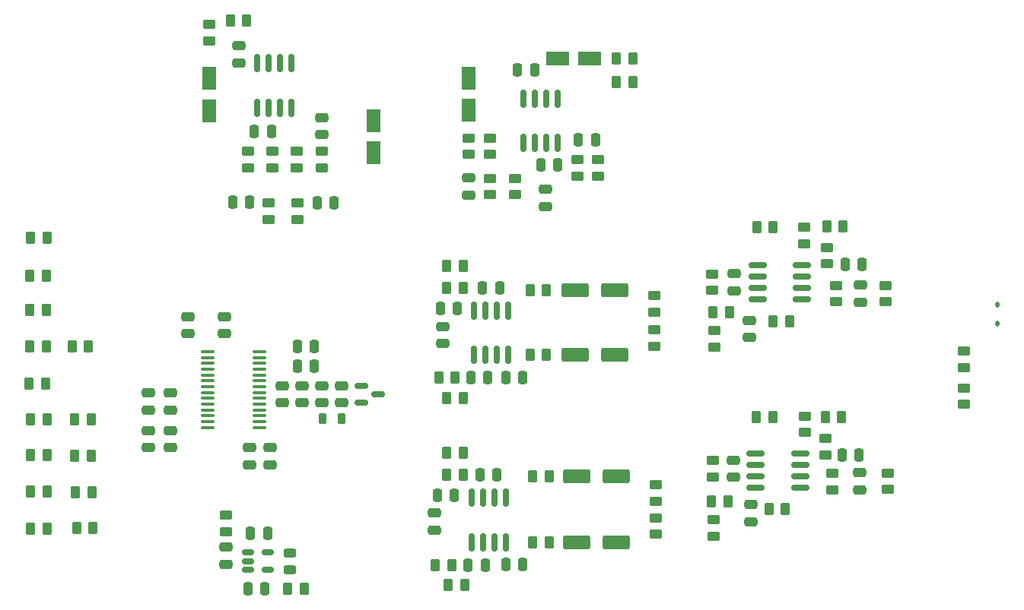
<source format=gtp>
G04 #@! TF.GenerationSoftware,KiCad,Pcbnew,8.0.4-8.0.4-0~ubuntu22.04.1*
G04 #@! TF.CreationDate,2024-08-18T20:01:01-04:00*
G04 #@! TF.ProjectId,CS4272-CZZ_Breakout_Board,43533432-3732-42d4-935a-5a5f42726561,rev?*
G04 #@! TF.SameCoordinates,Original*
G04 #@! TF.FileFunction,Paste,Top*
G04 #@! TF.FilePolarity,Positive*
%FSLAX46Y46*%
G04 Gerber Fmt 4.6, Leading zero omitted, Abs format (unit mm)*
G04 Created by KiCad (PCBNEW 8.0.4-8.0.4-0~ubuntu22.04.1) date 2024-08-18 20:01:01*
%MOMM*%
%LPD*%
G01*
G04 APERTURE LIST*
G04 Aperture macros list*
%AMRoundRect*
0 Rectangle with rounded corners*
0 $1 Rounding radius*
0 $2 $3 $4 $5 $6 $7 $8 $9 X,Y pos of 4 corners*
0 Add a 4 corners polygon primitive as box body*
4,1,4,$2,$3,$4,$5,$6,$7,$8,$9,$2,$3,0*
0 Add four circle primitives for the rounded corners*
1,1,$1+$1,$2,$3*
1,1,$1+$1,$4,$5*
1,1,$1+$1,$6,$7*
1,1,$1+$1,$8,$9*
0 Add four rect primitives between the rounded corners*
20,1,$1+$1,$2,$3,$4,$5,0*
20,1,$1+$1,$4,$5,$6,$7,0*
20,1,$1+$1,$6,$7,$8,$9,0*
20,1,$1+$1,$8,$9,$2,$3,0*%
G04 Aperture macros list end*
%ADD10RoundRect,0.250000X0.250000X0.475000X-0.250000X0.475000X-0.250000X-0.475000X0.250000X-0.475000X0*%
%ADD11RoundRect,0.150000X0.150000X-0.825000X0.150000X0.825000X-0.150000X0.825000X-0.150000X-0.825000X0*%
%ADD12RoundRect,0.250000X0.475000X-0.250000X0.475000X0.250000X-0.475000X0.250000X-0.475000X-0.250000X0*%
%ADD13RoundRect,0.250000X0.450000X-0.262500X0.450000X0.262500X-0.450000X0.262500X-0.450000X-0.262500X0*%
%ADD14RoundRect,0.250000X-0.262500X-0.450000X0.262500X-0.450000X0.262500X0.450000X-0.262500X0.450000X0*%
%ADD15RoundRect,0.112500X-0.112500X0.187500X-0.112500X-0.187500X0.112500X-0.187500X0.112500X0.187500X0*%
%ADD16RoundRect,0.250000X-0.475000X0.250000X-0.475000X-0.250000X0.475000X-0.250000X0.475000X0.250000X0*%
%ADD17RoundRect,0.250000X-1.250000X-0.550000X1.250000X-0.550000X1.250000X0.550000X-1.250000X0.550000X0*%
%ADD18RoundRect,0.250000X0.550000X-1.050000X0.550000X1.050000X-0.550000X1.050000X-0.550000X-1.050000X0*%
%ADD19RoundRect,0.100000X-0.637500X-0.100000X0.637500X-0.100000X0.637500X0.100000X-0.637500X0.100000X0*%
%ADD20RoundRect,0.150000X-0.150000X0.825000X-0.150000X-0.825000X0.150000X-0.825000X0.150000X0.825000X0*%
%ADD21RoundRect,0.250000X0.262500X0.450000X-0.262500X0.450000X-0.262500X-0.450000X0.262500X-0.450000X0*%
%ADD22RoundRect,0.150000X-0.587500X-0.150000X0.587500X-0.150000X0.587500X0.150000X-0.587500X0.150000X0*%
%ADD23RoundRect,0.250000X-0.450000X0.262500X-0.450000X-0.262500X0.450000X-0.262500X0.450000X0.262500X0*%
%ADD24RoundRect,0.150000X0.825000X0.150000X-0.825000X0.150000X-0.825000X-0.150000X0.825000X-0.150000X0*%
%ADD25RoundRect,0.250000X-0.250000X-0.475000X0.250000X-0.475000X0.250000X0.475000X-0.250000X0.475000X0*%
%ADD26RoundRect,0.243750X0.456250X-0.243750X0.456250X0.243750X-0.456250X0.243750X-0.456250X-0.243750X0*%
%ADD27RoundRect,0.150000X-0.512500X-0.150000X0.512500X-0.150000X0.512500X0.150000X-0.512500X0.150000X0*%
%ADD28RoundRect,0.218750X0.218750X0.381250X-0.218750X0.381250X-0.218750X-0.381250X0.218750X-0.381250X0*%
%ADD29RoundRect,0.250000X-1.050000X-0.550000X1.050000X-0.550000X1.050000X0.550000X-1.050000X0.550000X0*%
G04 APERTURE END LIST*
D10*
X150075000Y-98500000D03*
X148175000Y-98500000D03*
D11*
X123120000Y-78425000D03*
X124390000Y-78425000D03*
X125660000Y-78425000D03*
X126930000Y-78425000D03*
X126930000Y-73475000D03*
X125660000Y-73475000D03*
X124390000Y-73475000D03*
X123120000Y-73475000D03*
D10*
X129475000Y-107250000D03*
X127575000Y-107250000D03*
X190075000Y-117107500D03*
X188175000Y-117107500D03*
D12*
X130325000Y-111300000D03*
X130325000Y-109400000D03*
D13*
X187520000Y-100050000D03*
X187520000Y-98225000D03*
D12*
X142825000Y-125500000D03*
X142825000Y-123600000D03*
D14*
X144212500Y-96000000D03*
X146037500Y-96000000D03*
X180070000Y-123107500D03*
X181895000Y-123107500D03*
D15*
X205500000Y-100350000D03*
X205500000Y-102450000D03*
D10*
X145070000Y-121610000D03*
X143170000Y-121610000D03*
D16*
X143725000Y-102800000D03*
X143725000Y-104700000D03*
D14*
X153457500Y-105975000D03*
X155282500Y-105975000D03*
D17*
X158670000Y-119460000D03*
X163070000Y-119460000D03*
D16*
X111025000Y-114400000D03*
X111025000Y-116300000D03*
D13*
X193325000Y-120962500D03*
X193325000Y-119137500D03*
D11*
X146965000Y-126835000D03*
X148235000Y-126835000D03*
X149505000Y-126835000D03*
X150775000Y-126835000D03*
X150775000Y-121885000D03*
X149505000Y-121885000D03*
X148235000Y-121885000D03*
X146965000Y-121885000D03*
D14*
X97825000Y-97162500D03*
X99650000Y-97162500D03*
D18*
X117775000Y-78750000D03*
X117775000Y-75150000D03*
D16*
X113425000Y-114400000D03*
X113425000Y-116300000D03*
D19*
X117625000Y-105600000D03*
X117625000Y-106250000D03*
X117625000Y-106900000D03*
X117625000Y-107550000D03*
X117625000Y-108200000D03*
X117625000Y-108850000D03*
X117625000Y-109500000D03*
X117625000Y-110150000D03*
X117625000Y-110800000D03*
X117625000Y-111450000D03*
X117625000Y-112100000D03*
X117625000Y-112750000D03*
X117625000Y-113400000D03*
X117625000Y-114050000D03*
X123350000Y-114050000D03*
X123350000Y-113400000D03*
X123350000Y-112750000D03*
X123350000Y-112100000D03*
X123350000Y-111450000D03*
X123350000Y-110800000D03*
X123350000Y-110150000D03*
X123350000Y-109500000D03*
X123350000Y-108850000D03*
X123350000Y-108200000D03*
X123350000Y-107550000D03*
X123350000Y-106900000D03*
X123350000Y-106250000D03*
X123350000Y-105600000D03*
D13*
X193020000Y-100050000D03*
X193020000Y-98225000D03*
D14*
X143300000Y-108500000D03*
X145125000Y-108500000D03*
D20*
X156535000Y-77400000D03*
X155265000Y-77400000D03*
X153995000Y-77400000D03*
X152725000Y-77400000D03*
X152725000Y-82350000D03*
X153995000Y-82350000D03*
X155265000Y-82350000D03*
X156535000Y-82350000D03*
D13*
X146625000Y-83600000D03*
X146625000Y-81775000D03*
D21*
X175682500Y-101175000D03*
X173857500Y-101175000D03*
D14*
X97912500Y-125350000D03*
X99737500Y-125350000D03*
D13*
X149025000Y-88112500D03*
X149025000Y-86287500D03*
D14*
X97912500Y-92950000D03*
X99737500Y-92950000D03*
D13*
X173825000Y-119562500D03*
X173825000Y-117737500D03*
X201780000Y-107352500D03*
X201780000Y-105527500D03*
X117775000Y-70950000D03*
X117775000Y-69125000D03*
X167470000Y-122260000D03*
X167470000Y-120435000D03*
D10*
X129475000Y-105050000D03*
X127575000Y-105050000D03*
X148775000Y-108500000D03*
X146875000Y-108500000D03*
D13*
X127545000Y-85112500D03*
X127545000Y-83287500D03*
X167470000Y-125960000D03*
X167470000Y-124135000D03*
D10*
X145375000Y-100750000D03*
X143475000Y-100750000D03*
D14*
X97712500Y-109150000D03*
X99537500Y-109150000D03*
D13*
X122055000Y-85112500D03*
X122055000Y-83287500D03*
D21*
X104625000Y-113105000D03*
X102800000Y-113105000D03*
D12*
X130325000Y-81400000D03*
X130325000Y-79500000D03*
D10*
X148475000Y-129360000D03*
X146575000Y-129360000D03*
D13*
X184070000Y-114607500D03*
X184070000Y-112782500D03*
X158725000Y-86025000D03*
X158725000Y-84200000D03*
D10*
X131675000Y-89050000D03*
X129775000Y-89050000D03*
X190445000Y-95887500D03*
X188545000Y-95887500D03*
D16*
X122225000Y-116300000D03*
X122225000Y-118200000D03*
D13*
X167270000Y-101175000D03*
X167270000Y-99350000D03*
X186320000Y-117107500D03*
X186320000Y-115282500D03*
D16*
X124525000Y-116300000D03*
X124525000Y-118200000D03*
D14*
X144382500Y-131610000D03*
X146207500Y-131610000D03*
D10*
X152675000Y-129350000D03*
X150775000Y-129350000D03*
D16*
X190270000Y-98187500D03*
X190270000Y-100087500D03*
D13*
X124375000Y-90862500D03*
X124375000Y-89037500D03*
D16*
X177925000Y-102100000D03*
X177925000Y-104000000D03*
D12*
X115425000Y-103600000D03*
X115425000Y-101700000D03*
D14*
X144207500Y-119360000D03*
X146032500Y-119360000D03*
D22*
X134687500Y-109400000D03*
X134687500Y-111300000D03*
X136562500Y-110350000D03*
D12*
X121075000Y-73400000D03*
X121075000Y-71500000D03*
D17*
X158470000Y-98775000D03*
X162870000Y-98775000D03*
D23*
X119625000Y-123837500D03*
X119625000Y-125662500D03*
D24*
X183545000Y-120762500D03*
X183545000Y-119492500D03*
X183545000Y-118222500D03*
X183545000Y-116952500D03*
X178595000Y-116952500D03*
X178595000Y-118222500D03*
X178595000Y-119492500D03*
X178595000Y-120762500D03*
D25*
X158875000Y-81950000D03*
X160775000Y-81950000D03*
D26*
X126725000Y-129887500D03*
X126725000Y-128012500D03*
D14*
X97812500Y-100950000D03*
X99637500Y-100950000D03*
D21*
X155282500Y-98775000D03*
X153457500Y-98775000D03*
D16*
X190125000Y-119100000D03*
X190125000Y-121000000D03*
D21*
X155582500Y-119460000D03*
X153757500Y-119460000D03*
X175482500Y-122260000D03*
X173657500Y-122260000D03*
D10*
X124675000Y-81050000D03*
X122775000Y-81050000D03*
D25*
X120375000Y-88950000D03*
X122275000Y-88950000D03*
D12*
X146625000Y-88137500D03*
X146625000Y-86237500D03*
D13*
X130275000Y-85112500D03*
X130275000Y-83287500D03*
D14*
X178695000Y-91752500D03*
X180520000Y-91752500D03*
X97812500Y-105050000D03*
X99637500Y-105050000D03*
D16*
X178070000Y-122657500D03*
X178070000Y-124557500D03*
D21*
X128337500Y-132050000D03*
X126512500Y-132050000D03*
D12*
X128125000Y-111300000D03*
X128125000Y-109400000D03*
D14*
X180512500Y-102250000D03*
X182337500Y-102250000D03*
X186482500Y-91637500D03*
X188307500Y-91637500D03*
D24*
X183745000Y-99792500D03*
X183745000Y-98522500D03*
X183745000Y-97252500D03*
X183745000Y-95982500D03*
X178795000Y-95982500D03*
X178795000Y-97252500D03*
X178795000Y-98522500D03*
X178795000Y-99792500D03*
D10*
X123975000Y-132050000D03*
X122075000Y-132050000D03*
D12*
X176080000Y-119590000D03*
X176080000Y-117690000D03*
D13*
X161025000Y-86025000D03*
X161025000Y-84200000D03*
D16*
X113425000Y-110200000D03*
X113425000Y-112100000D03*
D27*
X122050000Y-128000000D03*
X122050000Y-128950000D03*
X122050000Y-129900000D03*
X124325000Y-129900000D03*
X124325000Y-128000000D03*
D21*
X121937500Y-68700000D03*
X120112500Y-68700000D03*
X104712500Y-121240000D03*
X102887500Y-121240000D03*
D13*
X173970000Y-105087500D03*
X173970000Y-103262500D03*
D14*
X97912500Y-117150000D03*
X99737500Y-117150000D03*
D13*
X173770000Y-98765000D03*
X173770000Y-96940000D03*
D10*
X149775000Y-119360000D03*
X147875000Y-119360000D03*
D14*
X144207500Y-116860000D03*
X146032500Y-116860000D03*
X144212500Y-98500000D03*
X146037500Y-98500000D03*
D28*
X132487500Y-113050000D03*
X130362500Y-113050000D03*
D12*
X132525000Y-111300000D03*
X132525000Y-109400000D03*
D13*
X167270000Y-104975000D03*
X167270000Y-103150000D03*
D14*
X97912500Y-113150000D03*
X99737500Y-113150000D03*
D16*
X119625000Y-127400000D03*
X119625000Y-129300000D03*
D14*
X163062500Y-72900000D03*
X164887500Y-72900000D03*
D18*
X136025000Y-83450000D03*
X136025000Y-79850000D03*
D14*
X97912500Y-121150000D03*
X99737500Y-121150000D03*
D21*
X104625000Y-117240000D03*
X102800000Y-117240000D03*
D12*
X176195000Y-98802500D03*
X176195000Y-96902500D03*
D14*
X103000000Y-125240000D03*
X104825000Y-125240000D03*
D17*
X158670000Y-126847500D03*
X163070000Y-126847500D03*
D18*
X146625000Y-78687500D03*
X146625000Y-75087500D03*
D14*
X153757500Y-126860000D03*
X155582500Y-126860000D03*
D13*
X186520000Y-95800000D03*
X186520000Y-93975000D03*
D14*
X144212500Y-110750000D03*
X146037500Y-110750000D03*
D10*
X152675000Y-108450000D03*
X150775000Y-108450000D03*
D14*
X178657500Y-112857500D03*
X180482500Y-112857500D03*
X186332500Y-112857500D03*
X188157500Y-112857500D03*
D12*
X119425000Y-103600000D03*
X119425000Y-101700000D03*
X155225000Y-89400000D03*
X155225000Y-87500000D03*
D10*
X154000000Y-74175000D03*
X152100000Y-74175000D03*
D14*
X142957500Y-129360000D03*
X144782500Y-129360000D03*
D29*
X156525000Y-72900000D03*
X160125000Y-72900000D03*
D13*
X151825000Y-88112500D03*
X151825000Y-86287500D03*
X173870000Y-126172500D03*
X173870000Y-124347500D03*
X124825000Y-85112500D03*
X124825000Y-83287500D03*
D16*
X111025000Y-110200000D03*
X111025000Y-112100000D03*
D10*
X124275000Y-125850000D03*
X122375000Y-125850000D03*
D23*
X201780000Y-109640000D03*
X201780000Y-111465000D03*
D11*
X147220000Y-105975000D03*
X148490000Y-105975000D03*
X149760000Y-105975000D03*
X151030000Y-105975000D03*
X151030000Y-101025000D03*
X149760000Y-101025000D03*
X148490000Y-101025000D03*
X147220000Y-101025000D03*
D14*
X163100000Y-75550000D03*
X164925000Y-75550000D03*
D21*
X104337500Y-105050000D03*
X102512500Y-105050000D03*
D10*
X156575000Y-84750000D03*
X154675000Y-84750000D03*
D13*
X149025000Y-83612500D03*
X149025000Y-81787500D03*
X127625000Y-90862500D03*
X127625000Y-89037500D03*
X187070000Y-120985000D03*
X187070000Y-119160000D03*
X184020000Y-93550000D03*
X184020000Y-91725000D03*
D12*
X125925000Y-111300000D03*
X125925000Y-109400000D03*
D17*
X158470000Y-105975000D03*
X162870000Y-105975000D03*
M02*

</source>
